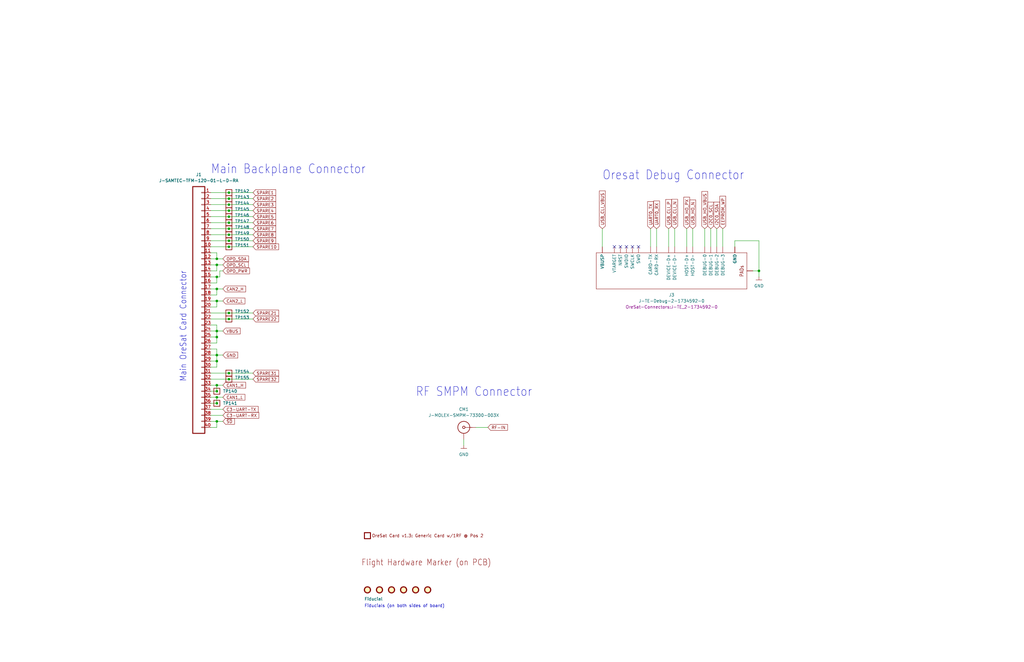
<source format=kicad_sch>
(kicad_sch (version 20211123) (generator eeschema)
  (paper "B")
  (lib_symbols
    (symbol "Mechanical:Fiducial"
      (property "Reference" "FID" (at 0 5.08 0))
      (property "Value" "Fiducial" (at 0 3.175 0))
      (symbol "Fiducial_0_1"
        (circle (center 0 0) (radius 1.27) (stroke (width 0.508)) (fill (type background)))
      )
    )
    (symbol "OreSat-Cards:ORESAT-CARD-V1.3-GENERIC-1RF-POS2" (in_bom no)
      (symbol "ORESAT-CARD-V1.3-GENERIC-1RF-POS2_0_0"
        (text "OreSat Card v1.3: Generic Card w/1RF @ Pos 2" (at 25.4 0 0) (effects (font (size 1.27 1.27))))
      )
      (symbol "ORESAT-CARD-V1.3-GENERIC-1RF-POS2_0_1"
        (rectangle (start 1.27 -1.27) (end -1.27 1.27) (stroke (width 0.4)))
      )
    )
    (symbol "OreSat-Connectors:J-SAMTEC-TFM-120-01-L-D-RA" (pin_names hide)
      (property "Reference" "J" (at -2.54 53.34 0))
      (property "Value" "J-SAMTEC-TFM-120-01-L-D-RA" (at 0 -55.88 0))
      (symbol "J-SAMTEC-TFM-120-01-L-D-RA_0_1"
        (rectangle (start -2.54 50.8) (end 2.54 -53.34) (stroke (width 0.4)))
        (rectangle (start 2.413 -50.673) (end 1.143 -50.927) (stroke (width 0.1524)))
        (rectangle (start 2.413 -48.133) (end 1.143 -48.387) (stroke (width 0.1524)))
        (rectangle (start 2.413 -45.593) (end 1.143 -45.847) (stroke (width 0.1524)))
        (rectangle (start 2.413 -43.053) (end 1.143 -43.307) (stroke (width 0.1524)))
        (rectangle (start 2.413 -40.513) (end 1.143 -40.767) (stroke (width 0.1524)))
        (rectangle (start 2.413 -37.973) (end 1.143 -38.227) (stroke (width 0.1524)))
        (rectangle (start 2.413 -35.433) (end 1.143 -35.687) (stroke (width 0.1524)))
        (rectangle (start 2.413 -32.893) (end 1.143 -33.147) (stroke (width 0.1524)))
        (rectangle (start 2.413 -30.353) (end 1.143 -30.607) (stroke (width 0.1524)))
        (rectangle (start 2.413 -27.813) (end 1.143 -28.067) (stroke (width 0.1524)))
        (rectangle (start 2.413 -25.273) (end 1.143 -25.527) (stroke (width 0.1524)))
        (rectangle (start 2.413 -22.733) (end 1.143 -22.987) (stroke (width 0.1524)))
        (rectangle (start 2.413 -20.193) (end 1.143 -20.447) (stroke (width 0.1524)))
        (rectangle (start 2.413 -17.653) (end 1.143 -17.907) (stroke (width 0.1524)))
        (rectangle (start 2.413 -15.113) (end 1.143 -15.367) (stroke (width 0.1524)))
        (rectangle (start 2.413 -12.573) (end 1.143 -12.827) (stroke (width 0.1524)))
        (rectangle (start 2.413 -10.033) (end 1.143 -10.287) (stroke (width 0.1524)))
        (rectangle (start 2.413 -7.493) (end 1.143 -7.747) (stroke (width 0.1524)))
        (rectangle (start 2.413 -4.953) (end 1.143 -5.207) (stroke (width 0.1524)))
        (rectangle (start 2.413 -2.413) (end 1.143 -2.667) (stroke (width 0.1524)))
        (rectangle (start 2.413 0.127) (end 1.143 -0.127) (stroke (width 0.1524)))
        (rectangle (start 2.413 2.667) (end 1.143 2.413) (stroke (width 0.1524)))
        (rectangle (start 2.413 5.207) (end 1.143 4.953) (stroke (width 0.1524)))
        (rectangle (start 2.413 7.747) (end 1.143 7.493) (stroke (width 0.1524)))
        (rectangle (start 2.413 10.287) (end 1.143 10.033) (stroke (width 0.1524)))
        (rectangle (start 2.413 12.827) (end 1.143 12.573) (stroke (width 0.1524)))
        (rectangle (start 2.413 15.367) (end 1.143 15.113) (stroke (width 0.1524)))
        (rectangle (start 2.413 17.907) (end 1.143 17.653) (stroke (width 0.1524)))
        (rectangle (start 2.413 20.447) (end 1.143 20.193) (stroke (width 0.1524)))
        (rectangle (start 2.413 22.987) (end 1.143 22.733) (stroke (width 0.1524)))
        (rectangle (start 2.413 25.527) (end 1.143 25.273) (stroke (width 0.1524)))
        (rectangle (start 2.413 28.067) (end 1.143 27.813) (stroke (width 0.1524)))
        (rectangle (start 2.413 30.607) (end 1.143 30.353) (stroke (width 0.1524)))
        (rectangle (start 2.413 33.147) (end 1.143 32.893) (stroke (width 0.1524)))
        (rectangle (start 2.413 35.687) (end 1.143 35.433) (stroke (width 0.1524)))
        (rectangle (start 2.413 38.227) (end 1.143 37.973) (stroke (width 0.1524)))
        (rectangle (start 2.413 40.767) (end 1.143 40.513) (stroke (width 0.1524)))
        (rectangle (start 2.413 43.307) (end 1.143 43.053) (stroke (width 0.1524)))
        (rectangle (start 2.413 45.847) (end 1.143 45.593) (stroke (width 0.1524)))
        (rectangle (start 2.413 48.387) (end 1.143 48.133) (stroke (width 0.1524)))
      )
      (symbol "J-SAMTEC-TFM-120-01-L-D-RA_1_1"
        (pin bidirectional line (at 5.08 48.26 180) (length 2.54) (name "") (number "1"))
        (pin bidirectional line (at 5.08 25.4 180) (length 2.54) (name "") (number "10"))
        (pin bidirectional line (at 5.08 22.86 180) (length 2.54) (name "") (number "11"))
        (pin bidirectional line (at 5.08 20.32 180) (length 2.54) (name "") (number "12"))
        (pin bidirectional line (at 5.08 17.78 180) (length 2.54) (name "") (number "13"))
        (pin bidirectional line (at 5.08 15.24 180) (length 2.54) (name "") (number "14"))
        (pin bidirectional line (at 5.08 12.7 180) (length 2.54) (name "") (number "15"))
        (pin bidirectional line (at 5.08 10.16 180) (length 2.54) (name "") (number "16"))
        (pin bidirectional line (at 5.08 7.62 180) (length 2.54) (name "") (number "17"))
        (pin bidirectional line (at 5.08 5.08 180) (length 2.54) (name "") (number "18"))
        (pin bidirectional line (at 5.08 2.54 180) (length 2.54) (name "") (number "19"))
        (pin bidirectional line (at 5.08 45.72 180) (length 2.54) (name "") (number "2"))
        (pin bidirectional line (at 5.08 0 180) (length 2.54) (name "") (number "20"))
        (pin bidirectional line (at 5.08 -2.54 180) (length 2.54) (name "") (number "21"))
        (pin bidirectional line (at 5.08 -5.08 180) (length 2.54) (name "") (number "22"))
        (pin bidirectional line (at 5.08 -7.62 180) (length 2.54) (name "") (number "23"))
        (pin bidirectional line (at 5.08 -10.16 180) (length 2.54) (name "") (number "24"))
        (pin bidirectional line (at 5.08 -12.7 180) (length 2.54) (name "") (number "25"))
        (pin bidirectional line (at 5.08 -15.24 180) (length 2.54) (name "") (number "26"))
        (pin bidirectional line (at 5.08 -17.78 180) (length 2.54) (name "") (number "27"))
        (pin bidirectional line (at 5.08 -20.32 180) (length 2.54) (name "") (number "28"))
        (pin bidirectional line (at 5.08 -22.86 180) (length 2.54) (name "") (number "29"))
        (pin bidirectional line (at 5.08 43.18 180) (length 2.54) (name "") (number "3"))
        (pin bidirectional line (at 5.08 -25.4 180) (length 2.54) (name "") (number "30"))
        (pin bidirectional line (at 5.08 -27.94 180) (length 2.54) (name "") (number "31"))
        (pin bidirectional line (at 5.08 -30.48 180) (length 2.54) (name "") (number "32"))
        (pin bidirectional line (at 5.08 -33.02 180) (length 2.54) (name "") (number "33"))
        (pin bidirectional line (at 5.08 -35.56 180) (length 2.54) (name "") (number "34"))
        (pin bidirectional line (at 5.08 -38.1 180) (length 2.54) (name "") (number "35"))
        (pin bidirectional line (at 5.08 -40.64 180) (length 2.54) (name "") (number "36"))
        (pin bidirectional line (at 5.08 -43.18 180) (length 2.54) (name "") (number "37"))
        (pin bidirectional line (at 5.08 -45.72 180) (length 2.54) (name "") (number "38"))
        (pin bidirectional line (at 5.08 -48.26 180) (length 2.54) (name "") (number "39"))
        (pin bidirectional line (at 5.08 40.64 180) (length 2.54) (name "") (number "4"))
        (pin bidirectional line (at 5.08 -50.8 180) (length 2.54) (name "") (number "40"))
        (pin bidirectional line (at 5.08 38.1 180) (length 2.54) (name "") (number "5"))
        (pin bidirectional line (at 5.08 35.56 180) (length 2.54) (name "") (number "6"))
        (pin bidirectional line (at 5.08 33.02 180) (length 2.54) (name "") (number "7"))
        (pin bidirectional line (at 5.08 30.48 180) (length 2.54) (name "") (number "8"))
        (pin bidirectional line (at 5.08 27.94 180) (length 2.54) (name "") (number "9"))
      )
    )
    (symbol "OreSat-Connectors:J-TE-Debug-2-1734592-0"
      (property "Reference" "J" (at 0 35.56 0))
      (property "Value" "J-TE-Debug-2-1734592-0" (at 0 33.02 0))
      (property "Footprint" "OreSat-Connectors:J-TE_2-1734592-0" (at 0 8.89 0))
      (symbol "J-TE-Debug-2-1734592-0_1_0"
        (polyline (pts (xy -7.62 -33.02) (xy 7.62 -33.02)) (stroke (width 0.1524)))
        (polyline (pts (xy -7.62 30.48) (xy -7.62 -33.02)) (stroke (width 0.1524)))
        (polyline (pts (xy 7.62 -33.02) (xy 7.62 30.48)) (stroke (width 0.1524)))
        (polyline (pts (xy 7.62 30.48) (xy -7.62 30.48)) (stroke (width 0.1524)))
        (text "PADs" (at -2.54 -31.75 0) (effects (font (size 1.524 1.2954)) (justify left bottom)))
        (pin passive line (at 10.16 27.94 180) (length 2.54) (name "VBUSP") (number "1"))
        (pin passive line (at 10.16 20.32 180) (length 2.54) (name "NRST") (number "10"))
        (pin passive line (at 10.16 22.86 180) (length 2.54) (name "VTARGET") (number "11"))
        (pin passive line (at 10.16 5.08 180) (length 2.54) (name "CARD-RX") (number "12"))
        (pin passive line (at 10.16 7.62 180) (length 2.54) (name "CARD-TX") (number "13"))
        (pin passive line (at 10.16 17.78 180) (length 2.54) (name "SWDIO") (number "14"))
        (pin passive line (at 10.16 15.24 180) (length 2.54) (name "SWCLK") (number "15"))
        (pin passive line (at 10.16 12.7 180) (length 2.54) (name "SWO") (number "16"))
        (pin passive line (at 10.16 -15.24 180) (length 2.54) (name "DEBUG-0") (number "17"))
        (pin passive line (at 10.16 -17.78 180) (length 2.54) (name "DEBUG-1") (number "18"))
        (pin passive line (at 10.16 -20.32 180) (length 2.54) (name "DEBUG-2") (number "19"))
        (pin passive line (at 10.16 27.94 180) (length 2.54) (name "VBUSP") (number "2"))
        (pin passive line (at 10.16 -22.86 180) (length 2.54) (name "DEBUG-3") (number "20"))
        (pin passive line (at 10.16 -27.94 180) (length 2.54) (name "GND") (number "3"))
        (pin passive line (at 10.16 0 180) (length 2.54) (name "DEVICE-D+") (number "4"))
        (pin passive line (at 10.16 -2.54 180) (length 2.54) (name "DEVICE-D-") (number "5"))
        (pin passive line (at 10.16 -27.94 180) (length 2.54) (name "GND") (number "6"))
        (pin passive line (at 10.16 -7.62 180) (length 2.54) (name "HOST-D+") (number "7"))
        (pin passive line (at 10.16 -10.16 180) (length 2.54) (name "HOST-D-") (number "8"))
        (pin passive line (at 10.16 -27.94 180) (length 2.54) (name "GND") (number "9"))
        (pin bidirectional line (at 0 -35.56 90) (length 2.54) (name "PAD") (number "PAD1"))
        (pin bidirectional line (at 0 -35.56 90) (length 2.54) (name "PAD") (number "PAD2"))
      )
    )
    (symbol "OreSat-Power:GND" (power) (pin_names (offset 0))
      (property "Value" "GND" (at 0 -2.54 0))
      (symbol "GND_0_1"
        (polyline (pts (xy 0 0) (xy 0 -1.27) (xy 1.27 -1.27) (xy 0 -1.27) (xy -1.27 -1.27) (xy 0 -1.27)))
      )
      (symbol "GND_1_1"
        (pin power_in line (at 0 0 270) (length 0) hide (name "GND") (number "1"))
      )
    )
    (symbol "OreSat-TestPoint:Test-Point" (pin_numbers hide) (pin_names hide)
      (property "Reference" "TP" (at 0 2.54 0))
      (symbol "Test-Point_0_1"
        (rectangle (start -1.27 1.27) (end 1.27 -1.27) (stroke (width 0.254)))
      )
      (symbol "Test-Point_1_1"
        (pin passive line (at 0 0 90) (length 0) (name "") (number "1"))
      )
    )
    (symbol "j-molex-smpm-73300-003x:J-MOLEX-SMPM-73300-003X"
      (property "Reference" "CM1" (at 5.08 -3.81 0))
      (property "Value" "J-MOLEX-SMPM-73300-003X" (at 5.08 -6.35 0))
      (symbol "J-MOLEX-SMPM-73300-003X_1_0"
        (polyline (pts (xy 0.508 0) (xy 3.556 0)) (stroke (width 0.1524)))
        (circle (center 0 0) (radius 0.508) (stroke (width 0.254)))
        (circle (center 0 0) (radius 2.54) (stroke (width 0.254)))
        (pin passive line (at 0 -5.08 90) (length 2.54) (name "SHIELD3") (number "GND"))
        (pin passive line (at 5.08 0 180) (length 2.54) (name "CENTER") (number "RF"))
      )
    )
    (symbol "oresat-graphics:FLIGHTMARKER"
      (symbol "FLIGHTMARKER_1_0"
        (text "Flight Hardware Marker (on PCB)" (at 0 0 0) (effects (font (size 2.54 2.159)) (justify left bottom)))
      )
    )
  )
  (junction (at 96.52 101.6))
  (junction (at 91.44 111.76))
  (junction (at 91.44 165.1))
  (junction (at 91.44 121.92))
  (junction (at 96.52 160.02))
  (junction (at 91.44 177.8))
  (junction (at 96.52 88.9))
  (junction (at 96.52 91.44))
  (junction (at 96.52 134.62))
  (junction (at 91.44 139.7))
  (junction (at 96.52 104.14))
  (junction (at 91.44 170.18))
  (junction (at 96.52 86.36))
  (junction (at 320.04 114.3))
  (junction (at 91.44 109.22))
  (junction (at 96.52 81.28))
  (junction (at 91.44 116.84))
  (junction (at 96.52 83.82))
  (junction (at 96.52 99.06))
  (junction (at 91.44 127))
  (junction (at 96.52 93.98))
  (junction (at 96.52 96.52))
  (junction (at 91.44 149.86))
  (junction (at 91.44 162.56))
  (junction (at 96.52 132.08))
  (junction (at 91.44 167.64))
  (junction (at 96.52 157.48))
  (junction (at 91.44 152.4))
  (junction (at 91.44 142.24))
  (no_connect (at 259.08 104.14))
  (no_connect (at 261.62 104.14))
  (no_connect (at 264.16 104.14))
  (no_connect (at 266.7 104.14))
  (no_connect (at 269.24 104.14))
  (wire (pts (xy 88.9 134.62) (xy 96.52 134.62)))
  (wire (pts (xy 91.44 111.76) (xy 93.98 111.76)))
  (wire (pts (xy 91.44 109.22) (xy 93.98 109.22)))
  (wire (pts (xy 88.9 93.98) (xy 96.52 93.98)))
  (wire (pts (xy 91.44 137.16) (xy 91.44 139.7)))
  (wire (pts (xy 91.44 121.92) (xy 93.98 121.92)))
  (wire (pts (xy 309.88 104.14) (xy 309.88 101.6)))
  (wire (pts (xy 91.44 139.7) (xy 93.98 139.7)))
  (wire (pts (xy 289.56 96.52) (xy 289.56 104.14)))
  (wire (pts (xy 91.44 129.54) (xy 91.44 127)))
  (wire (pts (xy 88.9 129.54) (xy 91.44 129.54)))
  (wire (pts (xy 96.52 96.52) (xy 106.68 96.52)))
  (wire (pts (xy 88.9 91.44) (xy 96.52 91.44)))
  (wire (pts (xy 88.9 175.26) (xy 93.98 175.26)))
  (wire (pts (xy 91.44 149.86) (xy 93.98 149.86)))
  (wire (pts (xy 91.44 165.1) (xy 91.44 162.56)))
  (wire (pts (xy 96.52 99.06) (xy 106.68 99.06)))
  (wire (pts (xy 88.9 137.16) (xy 91.44 137.16)))
  (wire (pts (xy 88.9 119.38) (xy 91.44 119.38)))
  (wire (pts (xy 91.44 170.18) (xy 91.44 167.64)))
  (wire (pts (xy 88.9 170.18) (xy 91.44 170.18)))
  (wire (pts (xy 284.48 96.52) (xy 284.48 104.14)))
  (wire (pts (xy 88.9 96.52) (xy 96.52 96.52)))
  (wire (pts (xy 88.9 149.86) (xy 91.44 149.86)))
  (wire (pts (xy 96.52 81.28) (xy 106.68 81.28)))
  (wire (pts (xy 320.04 114.3) (xy 320.04 116.84)))
  (wire (pts (xy 88.9 83.82) (xy 96.52 83.82)))
  (wire (pts (xy 96.52 160.02) (xy 106.68 160.02)))
  (wire (pts (xy 88.9 167.64) (xy 91.44 167.64)))
  (wire (pts (xy 91.44 144.78) (xy 91.44 142.24)))
  (wire (pts (xy 91.44 142.24) (xy 88.9 142.24)))
  (wire (pts (xy 96.52 104.14) (xy 106.68 104.14)))
  (wire (pts (xy 299.72 96.52) (xy 299.72 104.14)))
  (wire (pts (xy 92.71 116.84) (xy 92.71 114.3)))
  (wire (pts (xy 200.66 180.34) (xy 205.74 180.34)))
  (wire (pts (xy 96.52 91.44) (xy 106.68 91.44)))
  (wire (pts (xy 91.44 167.64) (xy 93.98 167.64)))
  (wire (pts (xy 96.52 83.82) (xy 106.68 83.82)))
  (wire (pts (xy 88.9 132.08) (xy 96.52 132.08)))
  (wire (pts (xy 88.9 147.32) (xy 91.44 147.32)))
  (wire (pts (xy 88.9 86.36) (xy 96.52 86.36)))
  (wire (pts (xy 91.44 147.32) (xy 91.44 149.86)))
  (wire (pts (xy 88.9 172.72) (xy 93.98 172.72)))
  (wire (pts (xy 88.9 104.14) (xy 96.52 104.14)))
  (wire (pts (xy 91.44 127) (xy 93.98 127)))
  (wire (pts (xy 96.52 86.36) (xy 106.68 86.36)))
  (wire (pts (xy 91.44 177.8) (xy 91.44 180.34)))
  (wire (pts (xy 91.44 139.7) (xy 91.44 142.24)))
  (wire (pts (xy 91.44 152.4) (xy 88.9 152.4)))
  (wire (pts (xy 88.9 101.6) (xy 96.52 101.6)))
  (wire (pts (xy 88.9 139.7) (xy 91.44 139.7)))
  (wire (pts (xy 96.52 134.62) (xy 106.68 134.62)))
  (wire (pts (xy 276.86 96.52) (xy 276.86 104.14)))
  (wire (pts (xy 96.52 157.48) (xy 106.68 157.48)))
  (wire (pts (xy 88.9 165.1) (xy 91.44 165.1)))
  (wire (pts (xy 297.18 96.52) (xy 297.18 104.14)))
  (wire (pts (xy 91.44 149.86) (xy 91.44 152.4)))
  (wire (pts (xy 304.8 96.52) (xy 304.8 104.14)))
  (wire (pts (xy 88.9 127) (xy 91.44 127)))
  (wire (pts (xy 91.44 106.68) (xy 91.44 109.22)))
  (wire (pts (xy 92.71 114.3) (xy 93.98 114.3)))
  (wire (pts (xy 88.9 180.34) (xy 91.44 180.34)))
  (wire (pts (xy 96.52 132.08) (xy 106.68 132.08)))
  (wire (pts (xy 88.9 114.3) (xy 91.44 114.3)))
  (wire (pts (xy 309.88 101.6) (xy 320.04 101.6)))
  (wire (pts (xy 88.9 160.02) (xy 96.52 160.02)))
  (wire (pts (xy 88.9 157.48) (xy 96.52 157.48)))
  (wire (pts (xy 91.44 114.3) (xy 91.44 111.76)))
  (wire (pts (xy 91.44 124.46) (xy 91.44 121.92)))
  (wire (pts (xy 91.44 111.76) (xy 88.9 111.76)))
  (wire (pts (xy 88.9 121.92) (xy 91.44 121.92)))
  (wire (pts (xy 88.9 81.28) (xy 96.52 81.28)))
  (wire (pts (xy 281.94 96.52) (xy 281.94 104.14)))
  (wire (pts (xy 88.9 144.78) (xy 91.44 144.78)))
  (wire (pts (xy 88.9 106.68) (xy 91.44 106.68)))
  (wire (pts (xy 302.26 96.52) (xy 302.26 104.14)))
  (wire (pts (xy 88.9 154.94) (xy 91.44 154.94)))
  (wire (pts (xy 274.32 96.52) (xy 274.32 104.14)))
  (wire (pts (xy 88.9 124.46) (xy 91.44 124.46)))
  (wire (pts (xy 96.52 88.9) (xy 106.68 88.9)))
  (wire (pts (xy 96.52 93.98) (xy 106.68 93.98)))
  (wire (pts (xy 88.9 109.22) (xy 91.44 109.22)))
  (wire (pts (xy 88.9 88.9) (xy 96.52 88.9)))
  (wire (pts (xy 91.44 162.56) (xy 93.98 162.56)))
  (wire (pts (xy 292.1 96.52) (xy 292.1 104.14)))
  (wire (pts (xy 88.9 116.84) (xy 91.44 116.84)))
  (wire (pts (xy 88.9 177.8) (xy 91.44 177.8)))
  (wire (pts (xy 88.9 99.06) (xy 96.52 99.06)))
  (wire (pts (xy 91.44 116.84) (xy 92.71 116.84)))
  (wire (pts (xy 91.44 177.8) (xy 93.98 177.8)))
  (wire (pts (xy 195.58 185.42) (xy 195.58 187.96)))
  (wire (pts (xy 91.44 119.38) (xy 91.44 116.84)))
  (wire (pts (xy 317.5 114.3) (xy 320.04 114.3)))
  (wire (pts (xy 320.04 101.6) (xy 320.04 114.3)))
  (wire (pts (xy 96.52 101.6) (xy 106.68 101.6)))
  (wire (pts (xy 91.44 154.94) (xy 91.44 152.4)))
  (wire (pts (xy 88.9 162.56) (xy 91.44 162.56)))
  (wire (pts (xy 254 96.52) (xy 254 104.14)))
  (text "RF SMPM Connector" (at 175.26 167.64 180) (effects (font (size 3.81 3.2385)) (justify left bottom)))
  (text "Main Backplane Connector" (at 88.9 73.66 180) (effects (font (size 3.81 3.2385)) (justify left bottom)))
  (text "Main OreSat Card Connector" (at 78.74 114.3 270) (effects (font (size 2.54 2.159)) (justify right bottom)))
  (text "Fiducials (on both sides of board)" (at 153.67 256.54 0) (effects (font (size 1.27 1.27)) (justify left bottom)))
  (text "Oresat Debug Connector" (at 254 76.2 180) (effects (font (size 3.81 3.2385)) (justify left bottom)))
  (global_label "SPARE2" (shape input) (at 106.68 83.82 0) (property "Intersheet References" "${INTERSHEET_REFS}" (effects hide)))
  (global_label "USB_HO_N" (shape input) (at 292.1 96.52 90) (property "Intersheet References" "${INTERSHEET_REFS}" (effects hide)))
  (global_label "SPARE1" (shape input) (at 106.68 81.28 0) (property "Intersheet References" "${INTERSHEET_REFS}" (effects hide)))
  (global_label "UART0_TX" (shape input) (at 274.32 96.52 90) (property "Intersheet References" "${INTERSHEET_REFS}" (effects hide)))
  (global_label "SPARE6" (shape input) (at 106.68 93.98 0) (property "Intersheet References" "${INTERSHEET_REFS}" (effects hide)))
  (global_label "SPARE31" (shape input) (at 106.68 157.48 0) (property "Intersheet References" "${INTERSHEET_REFS}" (effects hide)))
  (global_label "SPARE10" (shape input) (at 106.68 104.14 0) (property "Intersheet References" "${INTERSHEET_REFS}" (effects hide)))
  (global_label "UART0_RX" (shape input) (at 276.86 96.52 90) (property "Intersheet References" "${INTERSHEET_REFS}" (effects hide)))
  (global_label "CAN2_L" (shape input) (at 93.98 127 0) (property "Intersheet References" "${INTERSHEET_REFS}" (effects hide)))
  (global_label "USB_CLI_N" (shape input) (at 284.48 96.52 90) (property "Intersheet References" "${INTERSHEET_REFS}" (effects hide)))
  (global_label "SPARE32" (shape input) (at 106.68 160.02 0) (property "Intersheet References" "${INTERSHEET_REFS}" (effects hide)))
  (global_label "USB_CLI_VBUS" (shape input) (at 254 96.52 90) (property "Intersheet References" "${INTERSHEET_REFS}" (effects hide)))
  (global_label "EEPROM_WP" (shape input) (at 304.8 96.52 90) (property "Intersheet References" "${INTERSHEET_REFS}" (effects hide)))
  (global_label "USB_HO_PX" (shape input) (at 289.56 96.52 90) (property "Intersheet References" "${INTERSHEET_REFS}" (effects hide)))
  (global_label "SPARE4" (shape input) (at 106.68 88.9 0) (property "Intersheet References" "${INTERSHEET_REFS}" (effects hide)))
  (global_label "SPARE8" (shape input) (at 106.68 99.06 0) (property "Intersheet References" "${INTERSHEET_REFS}" (effects hide)))
  (global_label "SPARE5" (shape input) (at 106.68 91.44 0) (property "Intersheet References" "${INTERSHEET_REFS}" (effects hide)))
  (global_label "SPARE22" (shape input) (at 106.68 134.62 0) (property "Intersheet References" "${INTERSHEET_REFS}" (effects hide)))
  (global_label "CAN1_L" (shape input) (at 93.98 167.64 0) (property "Intersheet References" "${INTERSHEET_REFS}" (effects hide)))
  (global_label "C3-UART-TX" (shape input) (at 93.98 172.72 0) (property "Intersheet References" "${INTERSHEET_REFS}" (effects hide)))
  (global_label "OPD_PWR" (shape input) (at 93.98 114.3 0) (property "Intersheet References" "${INTERSHEET_REFS}" (effects hide)))
  (global_label "SPARE21" (shape input) (at 106.68 132.08 0) (property "Intersheet References" "${INTERSHEET_REFS}" (effects hide)))
  (global_label "OPD_SDA" (shape input) (at 93.98 109.22 0) (property "Intersheet References" "${INTERSHEET_REFS}" (effects hide)))
  (global_label "~{SD}" (shape input) (at 93.98 177.8 0) (property "Intersheet References" "${INTERSHEET_REFS}" (effects hide)))
  (global_label "CAN1_H" (shape input) (at 93.98 162.56 0) (property "Intersheet References" "${INTERSHEET_REFS}" (effects hide)))
  (global_label "OPD_SCL" (shape input) (at 93.98 111.76 0) (property "Intersheet References" "${INTERSHEET_REFS}" (effects hide)))
  (global_label "USB_CLI_P" (shape input) (at 281.94 96.52 90) (property "Intersheet References" "${INTERSHEET_REFS}" (effects hide)))
  (global_label "C3-UART-RX" (shape input) (at 93.98 175.26 0) (property "Intersheet References" "${INTERSHEET_REFS}" (effects hide)))
  (global_label "USB_HO_VBUS" (shape input) (at 297.18 96.52 90) (property "Intersheet References" "${INTERSHEET_REFS}" (effects hide)))
  (global_label "RF-IN" (shape input) (at 205.74 180.34 0) (property "Intersheet References" "${INTERSHEET_REFS}" (effects hide)))
  (global_label "GND" (shape input) (at 93.98 149.86 0) (property "Intersheet References" "${INTERSHEET_REFS}" (effects hide)))
  (global_label "SPARE9" (shape input) (at 106.68 101.6 0) (property "Intersheet References" "${INTERSHEET_REFS}" (effects hide)))
  (global_label "I2C0_SDA" (shape input) (at 302.26 96.52 90) (property "Intersheet References" "${INTERSHEET_REFS}" (effects hide)))
  (global_label "SPARE3" (shape input) (at 106.68 86.36 0) (property "Intersheet References" "${INTERSHEET_REFS}" (effects hide)))
  (global_label "I2C0_SCL" (shape input) (at 299.72 96.52 90) (property "Intersheet References" "${INTERSHEET_REFS}" (effects hide)))
  (global_label "VBUS" (shape input) (at 93.98 139.7 0) (property "Intersheet References" "${INTERSHEET_REFS}" (effects hide)))
  (global_label "CAN2_H" (shape input) (at 93.98 121.92 0) (property "Intersheet References" "${INTERSHEET_REFS}" (effects hide)))
  (global_label "SPARE7" (shape input) (at 106.68 96.52 0) (property "Intersheet References" "${INTERSHEET_REFS}" (effects hide)))
  (symbol (lib_id "OreSat-TestPoint:Test-Point") (at 96.52 93.98 270) (unit 1)
    (property "Reference" "TP147" (at 99.06 93.345 90) (effects (justify left)))
    (property "Value" "Test-Point" (effects hide))
    (property "Footprint" "OreSat-TestPoint:PAD.03X.04" (effects hide))
  )
  (symbol (lib_id "OreSat-TestPoint:Test-Point") (at 96.52 88.9 270) (unit 1)
    (property "Reference" "TP145" (at 99.06 88.265 90) (effects (justify left)))
    (property "Value" "Test-Point" (effects hide))
    (property "Footprint" "OreSat-TestPoint:PAD.03X.04" (effects hide))
  )
  (symbol (lib_id "oresat-graphics:FLIGHTMARKER") (at 152.4 238.76 0) (unit 1)
    (property "Reference" "FLIGHT1" (effects hide))
    (property "Value" "FLIGHTMARKER" (effects hide))
    (property "Footprint" "oresat-graphics:FLIGHTMARKER" (effects hide))
  )
  (symbol (lib_id "Mechanical:Fiducial") (at 165.1 248.92 0) (unit 1)
    (property "Reference" "FID3" (effects hide))
    (property "Value" "Fiducial" (effects hide))
    (property "Footprint" "oresat-misc:FIDUCIAL-1.0X2.0" (effects hide))
  )
  (symbol (lib_id "OreSat-Connectors:J-TE-Debug-2-1734592-0") (at 281.94 114.3 90) (unit 1)
    (property "Reference" "J3" (at 283.21 124.46 90))
    (property "Value" "J-TE-Debug-2-1734592-0" (at 283.21 127 90))
    (property "Footprint" "OreSat-Connectors:J-TE_2-1734592-0" (at 283.21 129.54 90))
  )
  (symbol (lib_id "Mechanical:Fiducial") (at 170.18 248.92 0) (unit 1)
    (property "Reference" "FID4" (effects hide))
    (property "Value" "Fiducial" (effects hide))
    (property "Footprint" "oresat-misc:FIDUCIAL-1.0X2.0" (effects hide))
  )
  (symbol (lib_id "OreSat-TestPoint:Test-Point") (at 96.52 96.52 270) (unit 1)
    (property "Reference" "TP148" (at 99.06 95.885 90) (effects (justify left)))
    (property "Value" "Test-Point" (effects hide))
    (property "Footprint" "OreSat-TestPoint:PAD.03X.04" (effects hide))
  )
  (symbol (lib_id "OreSat-TestPoint:Test-Point") (at 96.52 86.36 270) (unit 1)
    (property "Reference" "TP144" (at 99.06 85.725 90) (effects (justify left)))
    (property "Value" "Test-Point" (effects hide))
    (property "Footprint" "OreSat-TestPoint:PAD.03X.04" (effects hide))
  )
  (symbol (lib_id "Mechanical:Fiducial") (at 160.02 248.92 0) (unit 1)
    (property "Reference" "FID2" (effects hide))
    (property "Value" "Fiducial" (effects hide))
    (property "Footprint" "oresat-misc:FIDUCIAL-1.0X2.0" (effects hide))
  )
  (symbol (lib_id "OreSat-TestPoint:Test-Point") (at 96.52 104.14 270) (unit 1)
    (property "Reference" "TP151" (at 99.06 103.505 90) (effects (justify left)))
    (property "Value" "Test-Point" (effects hide))
    (property "Footprint" "OreSat-TestPoint:PAD.03X.04" (effects hide))
  )
  (symbol (lib_id "j-molex-smpm-73300-003x:J-MOLEX-SMPM-73300-003X") (at 195.58 180.34 0) (unit 1)
    (property "Reference" "CM1" (at 195.58 172.72 0))
    (property "Value" "J-MOLEX-SMPM-73300-003X" (at 195.58 175.26 0))
    (property "Footprint" "oresat-footprints:J-MOLEX-SMPM-073300-003X" (effects hide))
  )
  (symbol (lib_id "Mechanical:Fiducial") (at 175.26 248.92 0) (unit 1)
    (property "Reference" "FID5" (effects hide))
    (property "Value" "Fiducial" (effects hide))
    (property "Footprint" "oresat-misc:FIDUCIAL-1.0X2.0" (effects hide))
  )
  (symbol (lib_id "OreSat-TestPoint:Test-Point") (at 96.52 83.82 270) (unit 1)
    (property "Reference" "TP143" (at 99.06 83.185 90) (effects (justify left)))
    (property "Value" "Test-Point" (effects hide))
    (property "Footprint" "OreSat-TestPoint:PAD.03X.04" (effects hide))
  )
  (symbol (lib_id "Mechanical:Fiducial") (at 180.34 248.92 0) (unit 1)
    (property "Reference" "FID6" (effects hide))
    (property "Value" "Fiducial" (effects hide))
    (property "Footprint" "oresat-misc:FIDUCIAL-1.0X2.0" (effects hide))
  )
  (symbol (lib_id "OreSat-TestPoint:Test-Point") (at 91.44 165.1 270) (unit 1)
    (property "Reference" "TP140" (at 93.98 165.1 90) (effects (justify left)))
    (property "Value" "Test-Point" (effects hide))
    (property "Footprint" "OreSat-TestPoint:PAD.03X.04" (effects hide))
  )
  (symbol (lib_id "OreSat-TestPoint:Test-Point") (at 96.52 157.48 270) (unit 1)
    (property "Reference" "TP154" (at 99.06 156.845 90) (effects (justify left)))
    (property "Value" "Test-Point" (effects hide))
    (property "Footprint" "OreSat-TestPoint:PAD.03X.04" (effects hide))
  )
  (symbol (lib_id "OreSat-Cards:ORESAT-CARD-V1.3-GENERIC-1RF-POS2") (at 154.94 226.06 0) (unit 1) (in_bom no)
    (property "Reference" "PCB1" (effects hide))
    (property "Value" "ORESAT-CARD-V1.3-GENERIC-1RF-POS2" (effects hide))
    (property "Footprint" "OreSat-Cards:ORESAT-CARD-V1.3-GENERIC-1RF-POS2" (effects hide))
  )
  (symbol (lib_id "OreSat-TestPoint:Test-Point") (at 96.52 91.44 270) (unit 1)
    (property "Reference" "TP146" (at 99.06 90.805 90) (effects (justify left)))
    (property "Value" "Test-Point" (effects hide))
    (property "Footprint" "OreSat-TestPoint:PAD.03X.04" (effects hide))
  )
  (symbol (lib_id "OreSat-Connectors:J-SAMTEC-TFM-120-01-L-D-RA") (at 83.82 129.54 0) (unit 1)
    (property "Reference" "J1" (at 83.82 73.66 0))
    (property "Value" "J-SAMTEC-TFM-120-01-L-D-RA" (at 83.82 76.2 0))
    (property "Footprint" "OreSat-Connectors:J-SAMTEC-TFM-120-X1-XXX-D-RA" (effects hide))
  )
  (symbol (lib_id "OreSat-TestPoint:Test-Point") (at 91.44 170.18 270) (unit 1)
    (property "Reference" "TP141" (at 93.98 170.18 90) (effects (justify left)))
    (property "Value" "Test-Point" (effects hide))
    (property "Footprint" "OreSat-TestPoint:PAD.03X.04" (effects hide))
  )
  (symbol (lib_id "OreSat-TestPoint:Test-Point") (at 96.52 101.6 270) (unit 1)
    (property "Reference" "TP150" (at 99.06 100.965 90) (effects (justify left)))
    (property "Value" "Test-Point" (effects hide))
    (property "Footprint" "OreSat-TestPoint:PAD.03X.04" (effects hide))
  )
  (symbol (lib_id "OreSat-TestPoint:Test-Point") (at 96.52 134.62 270) (unit 1)
    (property "Reference" "TP153" (at 99.06 133.985 90) (effects (justify left)))
    (property "Value" "Test-Point" (effects hide))
    (property "Footprint" "OreSat-TestPoint:PAD.03X.04" (effects hide))
  )
  (symbol (lib_id "OreSat-Power:GND") (at 320.04 116.84 0) (unit 1)
    (property "Reference" "#GND0101" (effects hide))
    (property "Value" "GND" (at 320.04 120.65 0))
  )
  (symbol (lib_id "OreSat-TestPoint:Test-Point") (at 96.52 99.06 270) (unit 1)
    (property "Reference" "TP149" (at 99.06 98.425 90) (effects (justify left)))
    (property "Value" "Test-Point" (effects hide))
    (property "Footprint" "OreSat-TestPoint:PAD.03X.04" (effects hide))
  )
  (symbol (lib_id "OreSat-Power:GND") (at 195.58 187.96 0) (unit 1)
    (property "Reference" "#GND0102" (effects hide))
    (property "Value" "GND" (at 195.58 191.77 0))
  )
  (symbol (lib_id "OreSat-TestPoint:Test-Point") (at 96.52 81.28 270) (unit 1)
    (property "Reference" "TP142" (at 99.06 80.645 90) (effects (justify left)))
    (property "Value" "Test-Point" (effects hide))
    (property "Footprint" "OreSat-TestPoint:PAD.03X.04" (effects hide))
  )
  (symbol (lib_id "OreSat-TestPoint:Test-Point") (at 96.52 132.08 270) (unit 1)
    (property "Reference" "TP152" (at 99.06 131.445 90) (effects (justify left)))
    (property "Value" "Test-Point" (effects hide))
    (property "Footprint" "OreSat-TestPoint:PAD.03X.04" (effects hide))
  )
  (symbol (lib_id "OreSat-TestPoint:Test-Point") (at 96.52 160.02 270) (unit 1)
    (property "Reference" "TP155" (at 99.06 159.385 90) (effects (justify left)))
    (property "Value" "Test-Point" (effects hide))
    (property "Footprint" "OreSat-TestPoint:PAD.03X.04" (effects hide))
  )
  (symbol (lib_id "Mechanical:Fiducial") (at 154.94 248.92 0) (unit 1)
    (property "Reference" "FID1" (effects hide))
    (property "Value" "Fiducial" (at 153.67 252.73 0) (effects (justify left)))
    (property "Footprint" "oresat-misc:FIDUCIAL-1.0X2.0" (effects hide))
  )
)
</source>
